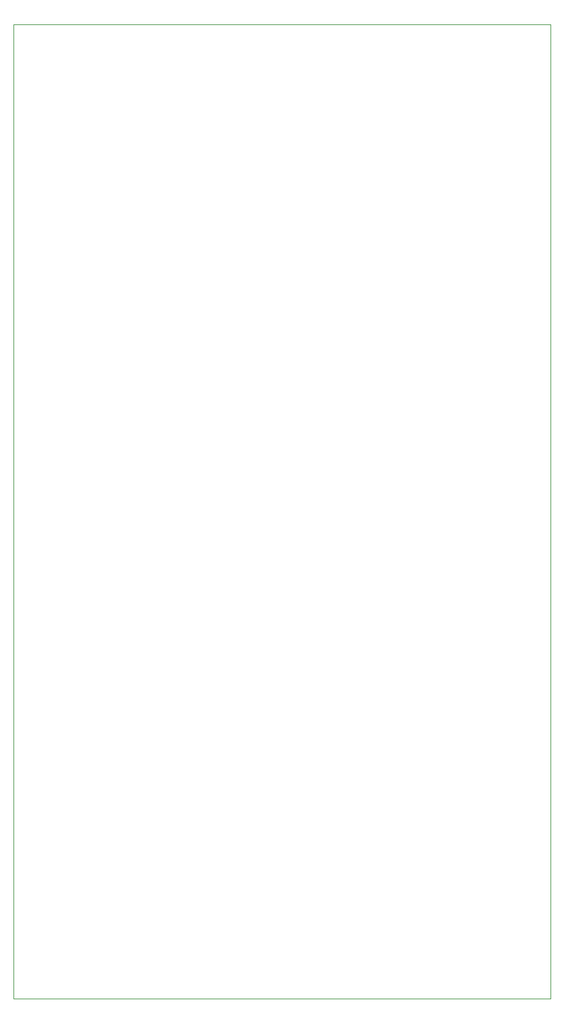
<source format=gm1>
G04 #@! TF.GenerationSoftware,KiCad,Pcbnew,(5.1.0)-1*
G04 #@! TF.CreationDate,2019-05-25T14:28:57-04:00*
G04 #@! TF.ProjectId,VCO_2_RevB_Panel,56434f5f-325f-4526-9576-425f50616e65,rev?*
G04 #@! TF.SameCoordinates,Original*
G04 #@! TF.FileFunction,Profile,NP*
%FSLAX46Y46*%
G04 Gerber Fmt 4.6, Leading zero omitted, Abs format (unit mm)*
G04 Created by KiCad (PCBNEW (5.1.0)-1) date 2019-05-25 14:28:57*
%MOMM*%
%LPD*%
G04 APERTURE LIST*
%ADD10C,0.050000*%
G04 APERTURE END LIST*
D10*
X44600000Y-144250000D02*
X44600000Y-15750000D01*
X115400000Y-144250000D02*
X44600000Y-144250000D01*
X115400000Y-15750000D02*
X115400000Y-144250000D01*
X44600000Y-15750000D02*
X115400000Y-15750000D01*
M02*

</source>
